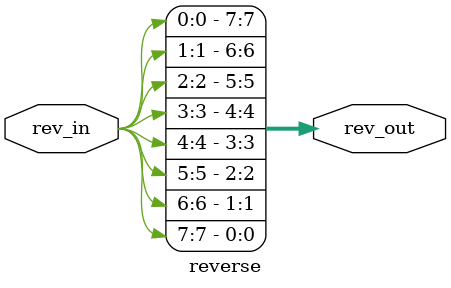
<source format=v>
`timescale 1ns / 1ps
 
module reverse(
	output wire [7:0] rev_out,
	input wire [7:0] rev_in
    );
	//Generate loop index i must be defined as a genvar
	genvar i;
	// generate for loop is generating an instance for each iteration
	generate for(i = 0; i < 8; i = i + 1) begin
		assign rev_out[i] = rev_in[7-i];
	end endgenerate

endmodule // reverse

</source>
